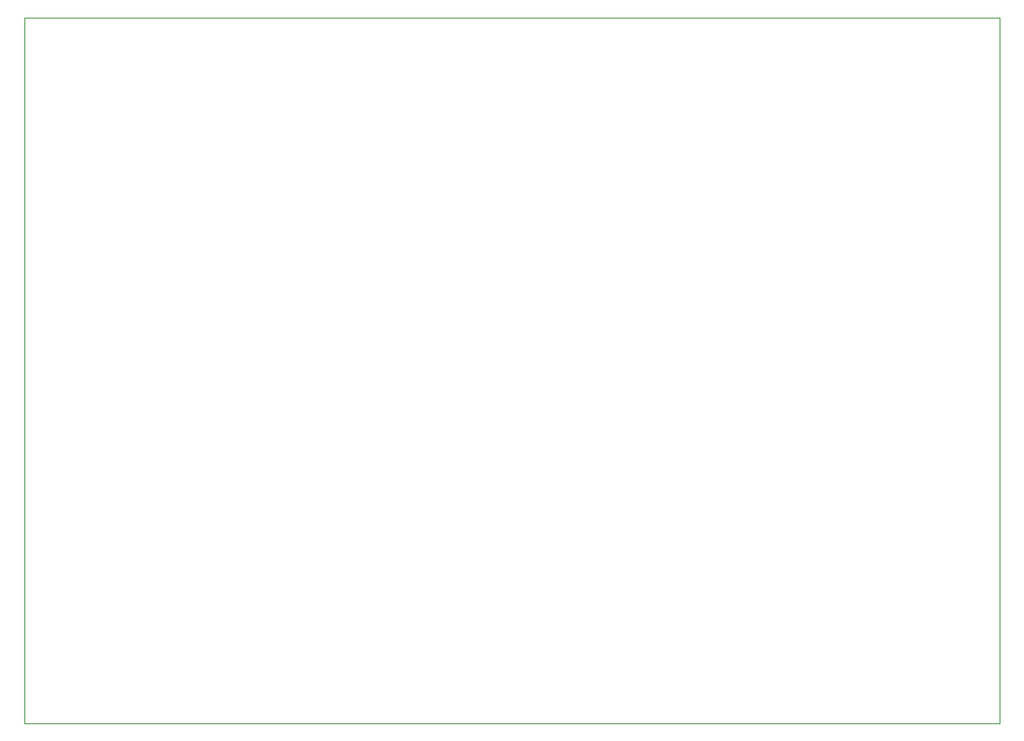
<source format=gm1>
%TF.GenerationSoftware,KiCad,Pcbnew,(5.1.12)-1*%
%TF.CreationDate,2022-08-06T16:21:54+02:00*%
%TF.ProjectId,PrototypV1_rx,50726f74-6f74-4797-9056-315f72782e6b,rev?*%
%TF.SameCoordinates,Original*%
%TF.FileFunction,Profile,NP*%
%FSLAX46Y46*%
G04 Gerber Fmt 4.6, Leading zero omitted, Abs format (unit mm)*
G04 Created by KiCad (PCBNEW (5.1.12)-1) date 2022-08-06 16:21:54*
%MOMM*%
%LPD*%
G01*
G04 APERTURE LIST*
%TA.AperFunction,Profile*%
%ADD10C,0.050000*%
%TD*%
G04 APERTURE END LIST*
D10*
X13000000Y-156000000D02*
X111000000Y-156000000D01*
X13000000Y-85000000D02*
X13000000Y-156000000D01*
X111000000Y-85000000D02*
X111000000Y-156000000D01*
X13000000Y-85000000D02*
X111000000Y-85000000D01*
M02*

</source>
